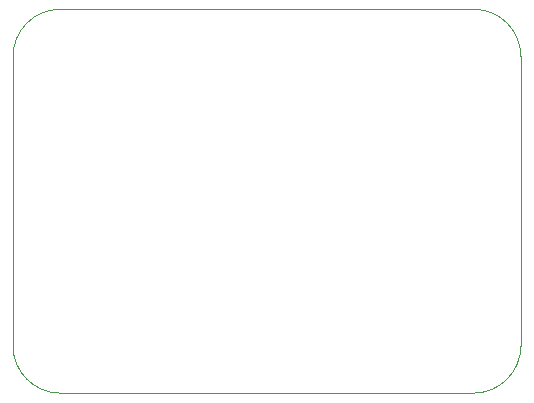
<source format=gbr>
%TF.GenerationSoftware,KiCad,Pcbnew,9.0.4*%
%TF.CreationDate,2025-10-05T01:24:38+05:30*%
%TF.ProjectId,Project4,50726f6a-6563-4743-942e-6b696361645f,rev?*%
%TF.SameCoordinates,Original*%
%TF.FileFunction,Profile,NP*%
%FSLAX46Y46*%
G04 Gerber Fmt 4.6, Leading zero omitted, Abs format (unit mm)*
G04 Created by KiCad (PCBNEW 9.0.4) date 2025-10-05 01:24:38*
%MOMM*%
%LPD*%
G01*
G04 APERTURE LIST*
%TA.AperFunction,Profile*%
%ADD10C,0.050000*%
%TD*%
G04 APERTURE END LIST*
D10*
X93000000Y-81000000D02*
G75*
G02*
X97000000Y-77000000I4000000J0D01*
G01*
X132000000Y-77000000D02*
G75*
G02*
X136000000Y-81000000I0J-4000000D01*
G01*
X97000000Y-109500000D02*
G75*
G02*
X93000000Y-105500000I0J4000000D01*
G01*
X136000000Y-105500000D02*
G75*
G02*
X132000000Y-109500000I-4000000J0D01*
G01*
X97000000Y-109500000D02*
X132000000Y-109500000D01*
X93000000Y-81000000D02*
X93000000Y-105500000D01*
X132000000Y-77000000D02*
X97000000Y-77000000D01*
X136000000Y-105500000D02*
X136000000Y-81000000D01*
M02*

</source>
